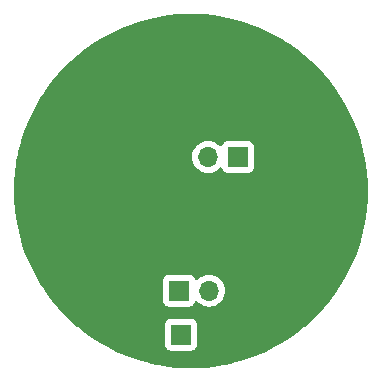
<source format=gbl>
%TF.GenerationSoftware,KiCad,Pcbnew,(7.0.0-0)*%
%TF.CreationDate,2023-06-04T20:58:43+02:00*%
%TF.ProjectId,projekt_kue,70726f6a-656b-4745-9f6b-75652e6b6963,rev?*%
%TF.SameCoordinates,Original*%
%TF.FileFunction,Copper,L2,Bot*%
%TF.FilePolarity,Positive*%
%FSLAX46Y46*%
G04 Gerber Fmt 4.6, Leading zero omitted, Abs format (unit mm)*
G04 Created by KiCad (PCBNEW (7.0.0-0)) date 2023-06-04 20:58:43*
%MOMM*%
%LPD*%
G01*
G04 APERTURE LIST*
%TA.AperFunction,ComponentPad*%
%ADD10R,1.700000X1.700000*%
%TD*%
%TA.AperFunction,ComponentPad*%
%ADD11O,1.700000X1.700000*%
%TD*%
%TA.AperFunction,ViaPad*%
%ADD12C,0.800000*%
%TD*%
G04 APERTURE END LIST*
D10*
%TO.P,LS1,1,1*%
%TO.N,Net-(Q1-C)*%
X134239999Y-98349999D03*
D11*
%TO.P,LS1,2,2*%
%TO.N,Net-(C1-Pad1)*%
X131699999Y-98349999D03*
%TD*%
D10*
%TO.P,Q3,1,C*%
%TO.N,+1V5*%
X129249999Y-109674999D03*
D11*
%TO.P,Q3,2,E*%
%TO.N,Net-(Q2-C)*%
X131789999Y-109674999D03*
%TD*%
D10*
%TO.P,BT1,1,+*%
%TO.N,+1V5*%
X129399999Y-113399999D03*
D11*
%TO.P,BT1,2,-*%
%TO.N,GND*%
X131939999Y-113399999D03*
%TD*%
D12*
%TO.N,GND*%
X124600000Y-92050000D03*
X138000000Y-101250000D03*
X141000000Y-98450000D03*
X136300000Y-101450000D03*
%TD*%
%TA.AperFunction,Conductor*%
%TO.N,GND*%
G36*
X130639387Y-86255636D02*
G01*
X131404433Y-86295073D01*
X131410745Y-86295561D01*
X132172738Y-86374328D01*
X132179069Y-86375147D01*
X132935973Y-86493032D01*
X132942249Y-86494176D01*
X133692100Y-86650873D01*
X133698273Y-86652330D01*
X134439056Y-86847418D01*
X134445164Y-86849196D01*
X135174937Y-87082165D01*
X135180961Y-87084261D01*
X135897748Y-87354480D01*
X135903663Y-87356886D01*
X136605573Y-87663638D01*
X136611357Y-87666345D01*
X137296561Y-88008832D01*
X137302197Y-88011833D01*
X137968855Y-88389136D01*
X137974329Y-88392423D01*
X138296297Y-88597215D01*
X138620684Y-88803547D01*
X138625959Y-88807095D01*
X139246192Y-89248032D01*
X139250308Y-89250958D01*
X139255409Y-89254786D01*
X139856092Y-89730210D01*
X139860973Y-89734283D01*
X140368809Y-90180608D01*
X140436358Y-90239975D01*
X140441044Y-90244312D01*
X140989635Y-90778955D01*
X140994092Y-90783528D01*
X141514434Y-91345705D01*
X141518649Y-91350501D01*
X142009358Y-91938714D01*
X142013321Y-91943721D01*
X142473104Y-92556422D01*
X142476804Y-92561627D01*
X142904430Y-93197176D01*
X142907857Y-93202564D01*
X143302199Y-93859287D01*
X143305344Y-93864844D01*
X143665358Y-94540998D01*
X143668213Y-94546710D01*
X143992941Y-95240500D01*
X143995498Y-95246351D01*
X144284077Y-95955927D01*
X144286330Y-95961902D01*
X144538004Y-96685411D01*
X144539946Y-96691494D01*
X144754040Y-97426998D01*
X144755666Y-97433173D01*
X144931612Y-98178714D01*
X144932918Y-98184964D01*
X145070250Y-98938571D01*
X145071233Y-98944880D01*
X145169592Y-99704577D01*
X145170248Y-99710929D01*
X145229365Y-100474654D01*
X145229694Y-100481031D01*
X145249417Y-101246806D01*
X145249417Y-101253192D01*
X145229694Y-102018968D01*
X145229365Y-102025345D01*
X145170248Y-102789070D01*
X145169592Y-102795422D01*
X145071233Y-103555119D01*
X145070250Y-103561428D01*
X144932918Y-104315035D01*
X144931612Y-104321285D01*
X144755666Y-105066826D01*
X144754040Y-105073001D01*
X144539946Y-105808505D01*
X144538004Y-105814588D01*
X144286330Y-106538097D01*
X144284077Y-106544072D01*
X143995498Y-107253648D01*
X143992941Y-107259499D01*
X143668213Y-107953289D01*
X143665358Y-107959001D01*
X143305344Y-108635155D01*
X143302199Y-108640712D01*
X142907857Y-109297435D01*
X142904430Y-109302823D01*
X142476804Y-109938372D01*
X142473104Y-109943577D01*
X142013321Y-110556278D01*
X142009358Y-110561285D01*
X141518649Y-111149498D01*
X141514434Y-111154294D01*
X140994092Y-111716471D01*
X140989635Y-111721044D01*
X140441044Y-112255687D01*
X140436358Y-112260024D01*
X139860984Y-112765707D01*
X139856081Y-112769798D01*
X139255416Y-113245208D01*
X139250308Y-113249041D01*
X138625970Y-113692896D01*
X138620672Y-113696460D01*
X137974329Y-114107576D01*
X137968855Y-114110863D01*
X137302197Y-114488166D01*
X137296561Y-114491167D01*
X136611357Y-114833654D01*
X136605573Y-114836361D01*
X135903663Y-115143113D01*
X135897748Y-115145519D01*
X135180961Y-115415738D01*
X135174930Y-115417836D01*
X134445175Y-115650800D01*
X134439044Y-115652584D01*
X133698294Y-115847664D01*
X133692079Y-115849131D01*
X132942252Y-116005822D01*
X132935970Y-116006967D01*
X132179070Y-116124851D01*
X132172738Y-116125671D01*
X131410773Y-116204435D01*
X131404406Y-116204928D01*
X130639388Y-116244363D01*
X130633005Y-116244527D01*
X129866995Y-116244527D01*
X129860612Y-116244363D01*
X129095593Y-116204928D01*
X129089226Y-116204435D01*
X128327261Y-116125671D01*
X128320929Y-116124851D01*
X127564029Y-116006967D01*
X127557747Y-116005822D01*
X126807920Y-115849131D01*
X126801705Y-115847664D01*
X126060955Y-115652584D01*
X126054824Y-115650800D01*
X125325069Y-115417836D01*
X125319038Y-115415738D01*
X124602251Y-115145519D01*
X124596336Y-115143113D01*
X123894426Y-114836361D01*
X123888642Y-114833654D01*
X123203438Y-114491167D01*
X123197802Y-114488166D01*
X122855751Y-114294578D01*
X128049500Y-114294578D01*
X128049501Y-114297872D01*
X128049853Y-114301150D01*
X128049854Y-114301161D01*
X128055079Y-114349768D01*
X128055080Y-114349773D01*
X128055909Y-114357483D01*
X128058619Y-114364749D01*
X128058620Y-114364753D01*
X128092217Y-114454831D01*
X128106204Y-114492331D01*
X128192454Y-114607546D01*
X128307669Y-114693796D01*
X128442517Y-114744091D01*
X128502127Y-114750500D01*
X130297872Y-114750499D01*
X130357483Y-114744091D01*
X130492331Y-114693796D01*
X130607546Y-114607546D01*
X130693796Y-114492331D01*
X130744091Y-114357483D01*
X130750500Y-114297873D01*
X130750499Y-112502128D01*
X130744091Y-112442517D01*
X130693796Y-112307669D01*
X130607546Y-112192454D01*
X130492331Y-112106204D01*
X130357483Y-112055909D01*
X130349770Y-112055079D01*
X130349767Y-112055079D01*
X130301180Y-112049855D01*
X130301169Y-112049854D01*
X130297873Y-112049500D01*
X130294550Y-112049500D01*
X128505439Y-112049500D01*
X128505420Y-112049500D01*
X128502128Y-112049501D01*
X128498850Y-112049853D01*
X128498838Y-112049854D01*
X128450231Y-112055079D01*
X128450225Y-112055080D01*
X128442517Y-112055909D01*
X128435252Y-112058618D01*
X128435246Y-112058620D01*
X128315980Y-112103104D01*
X128315978Y-112103104D01*
X128307669Y-112106204D01*
X128300572Y-112111516D01*
X128300568Y-112111519D01*
X128199550Y-112187141D01*
X128199546Y-112187144D01*
X128192454Y-112192454D01*
X128187144Y-112199546D01*
X128187141Y-112199550D01*
X128111519Y-112300568D01*
X128111516Y-112300572D01*
X128106204Y-112307669D01*
X128103104Y-112315978D01*
X128103104Y-112315980D01*
X128058620Y-112435247D01*
X128058619Y-112435250D01*
X128055909Y-112442517D01*
X128055079Y-112450227D01*
X128055079Y-112450232D01*
X128049855Y-112498819D01*
X128049854Y-112498831D01*
X128049500Y-112502127D01*
X128049500Y-112505448D01*
X128049500Y-112505449D01*
X128049500Y-114294560D01*
X128049500Y-114294578D01*
X122855751Y-114294578D01*
X122531144Y-114110863D01*
X122525670Y-114107576D01*
X121879327Y-113696460D01*
X121874029Y-113692896D01*
X121249691Y-113249041D01*
X121244583Y-113245208D01*
X120643911Y-112769792D01*
X120639015Y-112765707D01*
X120280061Y-112450231D01*
X120263011Y-112435246D01*
X120063641Y-112260024D01*
X120058955Y-112255687D01*
X119510364Y-111721044D01*
X119505907Y-111716471D01*
X118985565Y-111154294D01*
X118981350Y-111149498D01*
X118617620Y-110713495D01*
X118497559Y-110569578D01*
X127899500Y-110569578D01*
X127899501Y-110572872D01*
X127899853Y-110576150D01*
X127899854Y-110576161D01*
X127905079Y-110624768D01*
X127905080Y-110624773D01*
X127905909Y-110632483D01*
X127908619Y-110639749D01*
X127908620Y-110639753D01*
X127934695Y-110709663D01*
X127956204Y-110767331D01*
X127961518Y-110774430D01*
X127961519Y-110774431D01*
X128017367Y-110849035D01*
X128042454Y-110882546D01*
X128157669Y-110968796D01*
X128292517Y-111019091D01*
X128352127Y-111025500D01*
X130147872Y-111025499D01*
X130207483Y-111019091D01*
X130342331Y-110968796D01*
X130457546Y-110882546D01*
X130543796Y-110767331D01*
X130592810Y-110635916D01*
X130627789Y-110585537D01*
X130682634Y-110558084D01*
X130743927Y-110560273D01*
X130796673Y-110591569D01*
X130918599Y-110713495D01*
X130923031Y-110716598D01*
X130923033Y-110716600D01*
X131067260Y-110817589D01*
X131112170Y-110849035D01*
X131326337Y-110948903D01*
X131554592Y-111010063D01*
X131790000Y-111030659D01*
X132025408Y-111010063D01*
X132253663Y-110948903D01*
X132467830Y-110849035D01*
X132661401Y-110713495D01*
X132828495Y-110546401D01*
X132964035Y-110352830D01*
X133063903Y-110138663D01*
X133125063Y-109910408D01*
X133145659Y-109675000D01*
X133125063Y-109439592D01*
X133063903Y-109211337D01*
X132964035Y-108997171D01*
X132828495Y-108803599D01*
X132661401Y-108636505D01*
X132656970Y-108633402D01*
X132656966Y-108633399D01*
X132472259Y-108504066D01*
X132472257Y-108504064D01*
X132467830Y-108500965D01*
X132462933Y-108498681D01*
X132462927Y-108498678D01*
X132258572Y-108403386D01*
X132258570Y-108403385D01*
X132253663Y-108401097D01*
X132248438Y-108399697D01*
X132248430Y-108399694D01*
X132030634Y-108341337D01*
X132030630Y-108341336D01*
X132025408Y-108339937D01*
X132020020Y-108339465D01*
X132020017Y-108339465D01*
X131795395Y-108319813D01*
X131790000Y-108319341D01*
X131784605Y-108319813D01*
X131559982Y-108339465D01*
X131559977Y-108339465D01*
X131554592Y-108339937D01*
X131549371Y-108341335D01*
X131549365Y-108341337D01*
X131331569Y-108399694D01*
X131331557Y-108399698D01*
X131326337Y-108401097D01*
X131321432Y-108403383D01*
X131321427Y-108403386D01*
X131117081Y-108498675D01*
X131117077Y-108498677D01*
X131112171Y-108500965D01*
X131107738Y-108504068D01*
X131107731Y-108504073D01*
X130923034Y-108633399D01*
X130923029Y-108633402D01*
X130918599Y-108636505D01*
X130914774Y-108640329D01*
X130914775Y-108640329D01*
X130796673Y-108758431D01*
X130743926Y-108789726D01*
X130682633Y-108791915D01*
X130627789Y-108764462D01*
X130592810Y-108714082D01*
X130565521Y-108640918D01*
X130543796Y-108582669D01*
X130457546Y-108467454D01*
X130367030Y-108399694D01*
X130349431Y-108386519D01*
X130349430Y-108386518D01*
X130342331Y-108381204D01*
X130235442Y-108341337D01*
X130214752Y-108333620D01*
X130214750Y-108333619D01*
X130207483Y-108330909D01*
X130199770Y-108330079D01*
X130199767Y-108330079D01*
X130151180Y-108324855D01*
X130151169Y-108324854D01*
X130147873Y-108324500D01*
X130144550Y-108324500D01*
X128355439Y-108324500D01*
X128355420Y-108324500D01*
X128352128Y-108324501D01*
X128348850Y-108324853D01*
X128348838Y-108324854D01*
X128300231Y-108330079D01*
X128300225Y-108330080D01*
X128292517Y-108330909D01*
X128285252Y-108333618D01*
X128285246Y-108333620D01*
X128165980Y-108378104D01*
X128165978Y-108378104D01*
X128157669Y-108381204D01*
X128150572Y-108386516D01*
X128150568Y-108386519D01*
X128049550Y-108462141D01*
X128049546Y-108462144D01*
X128042454Y-108467454D01*
X128037144Y-108474546D01*
X128037141Y-108474550D01*
X127961519Y-108575568D01*
X127961516Y-108575572D01*
X127956204Y-108582669D01*
X127953104Y-108590978D01*
X127953104Y-108590980D01*
X127908620Y-108710247D01*
X127908619Y-108710250D01*
X127905909Y-108717517D01*
X127905079Y-108725227D01*
X127905079Y-108725232D01*
X127899855Y-108773819D01*
X127899854Y-108773831D01*
X127899500Y-108777127D01*
X127899500Y-108780448D01*
X127899500Y-108780449D01*
X127899500Y-110569560D01*
X127899500Y-110569578D01*
X118497559Y-110569578D01*
X118490633Y-110561276D01*
X118486678Y-110556278D01*
X118482141Y-110550232D01*
X118026884Y-109943562D01*
X118023206Y-109938387D01*
X117595557Y-109302804D01*
X117592154Y-109297455D01*
X117197792Y-108640697D01*
X117194663Y-108635170D01*
X116834634Y-107958987D01*
X116831786Y-107953289D01*
X116507058Y-107259499D01*
X116504501Y-107253648D01*
X116215913Y-106544049D01*
X116213677Y-106538119D01*
X115961985Y-105814559D01*
X115960062Y-105808534D01*
X115745956Y-105072990D01*
X115744333Y-105066826D01*
X115568387Y-104321285D01*
X115567081Y-104315035D01*
X115429749Y-103561428D01*
X115428766Y-103555119D01*
X115330403Y-102795388D01*
X115329754Y-102789099D01*
X115270632Y-102025312D01*
X115270306Y-102019002D01*
X115250582Y-101253184D01*
X115250582Y-101246806D01*
X115270306Y-100480995D01*
X115270632Y-100474689D01*
X115329754Y-99710896D01*
X115330403Y-99704615D01*
X115428769Y-98944856D01*
X115429749Y-98938571D01*
X115452512Y-98813663D01*
X115537006Y-98350000D01*
X130344341Y-98350000D01*
X130364937Y-98585408D01*
X130366336Y-98590630D01*
X130366337Y-98590634D01*
X130424694Y-98808430D01*
X130424697Y-98808438D01*
X130426097Y-98813663D01*
X130428385Y-98818570D01*
X130428386Y-98818572D01*
X130523678Y-99022927D01*
X130523681Y-99022933D01*
X130525965Y-99027830D01*
X130529064Y-99032257D01*
X130529066Y-99032259D01*
X130658399Y-99216966D01*
X130658402Y-99216970D01*
X130661505Y-99221401D01*
X130828599Y-99388495D01*
X130833031Y-99391598D01*
X130833033Y-99391600D01*
X130977260Y-99492589D01*
X131022170Y-99524035D01*
X131236337Y-99623903D01*
X131464592Y-99685063D01*
X131700000Y-99705659D01*
X131935408Y-99685063D01*
X132163663Y-99623903D01*
X132377830Y-99524035D01*
X132571401Y-99388495D01*
X132693329Y-99266566D01*
X132746072Y-99235273D01*
X132807365Y-99233084D01*
X132862210Y-99260537D01*
X132897189Y-99310916D01*
X132946204Y-99442331D01*
X132951518Y-99449430D01*
X132951519Y-99449431D01*
X133007367Y-99524035D01*
X133032454Y-99557546D01*
X133147669Y-99643796D01*
X133282517Y-99694091D01*
X133342127Y-99700500D01*
X135137872Y-99700499D01*
X135197483Y-99694091D01*
X135332331Y-99643796D01*
X135447546Y-99557546D01*
X135533796Y-99442331D01*
X135584091Y-99307483D01*
X135590500Y-99247873D01*
X135590499Y-97452128D01*
X135584091Y-97392517D01*
X135533796Y-97257669D01*
X135447546Y-97142454D01*
X135357030Y-97074694D01*
X135339431Y-97061519D01*
X135339430Y-97061518D01*
X135332331Y-97056204D01*
X135225442Y-97016337D01*
X135204752Y-97008620D01*
X135204750Y-97008619D01*
X135197483Y-97005909D01*
X135189770Y-97005079D01*
X135189767Y-97005079D01*
X135141180Y-96999855D01*
X135141169Y-96999854D01*
X135137873Y-96999500D01*
X135134550Y-96999500D01*
X133345439Y-96999500D01*
X133345420Y-96999500D01*
X133342128Y-96999501D01*
X133338850Y-96999853D01*
X133338838Y-96999854D01*
X133290231Y-97005079D01*
X133290225Y-97005080D01*
X133282517Y-97005909D01*
X133275252Y-97008618D01*
X133275246Y-97008620D01*
X133155980Y-97053104D01*
X133155978Y-97053104D01*
X133147669Y-97056204D01*
X133140572Y-97061516D01*
X133140568Y-97061519D01*
X133039550Y-97137141D01*
X133039546Y-97137144D01*
X133032454Y-97142454D01*
X133027144Y-97149546D01*
X133027141Y-97149550D01*
X132951519Y-97250568D01*
X132951516Y-97250572D01*
X132946204Y-97257669D01*
X132943104Y-97265978D01*
X132943105Y-97265978D01*
X132897189Y-97389083D01*
X132862210Y-97439462D01*
X132807365Y-97466915D01*
X132746072Y-97464726D01*
X132693326Y-97433430D01*
X132575232Y-97315336D01*
X132575230Y-97315334D01*
X132571401Y-97311505D01*
X132566970Y-97308402D01*
X132566966Y-97308399D01*
X132382259Y-97179066D01*
X132382257Y-97179064D01*
X132377830Y-97175965D01*
X132372933Y-97173681D01*
X132372927Y-97173678D01*
X132168572Y-97078386D01*
X132168570Y-97078385D01*
X132163663Y-97076097D01*
X132158438Y-97074697D01*
X132158430Y-97074694D01*
X131940634Y-97016337D01*
X131940630Y-97016336D01*
X131935408Y-97014937D01*
X131930020Y-97014465D01*
X131930017Y-97014465D01*
X131705395Y-96994813D01*
X131700000Y-96994341D01*
X131694605Y-96994813D01*
X131469982Y-97014465D01*
X131469977Y-97014465D01*
X131464592Y-97014937D01*
X131459371Y-97016335D01*
X131459365Y-97016337D01*
X131241569Y-97074694D01*
X131241557Y-97074698D01*
X131236337Y-97076097D01*
X131231432Y-97078383D01*
X131231427Y-97078386D01*
X131027081Y-97173675D01*
X131027077Y-97173677D01*
X131022171Y-97175965D01*
X131017738Y-97179068D01*
X131017731Y-97179073D01*
X130833034Y-97308399D01*
X130833029Y-97308402D01*
X130828599Y-97311505D01*
X130824775Y-97315328D01*
X130824769Y-97315334D01*
X130665334Y-97474769D01*
X130665328Y-97474775D01*
X130661505Y-97478599D01*
X130658402Y-97483029D01*
X130658399Y-97483034D01*
X130529073Y-97667731D01*
X130529068Y-97667738D01*
X130525965Y-97672171D01*
X130523677Y-97677077D01*
X130523675Y-97677081D01*
X130428386Y-97881427D01*
X130428383Y-97881432D01*
X130426097Y-97886337D01*
X130424698Y-97891557D01*
X130424694Y-97891569D01*
X130366337Y-98109365D01*
X130366335Y-98109371D01*
X130364937Y-98114592D01*
X130344341Y-98350000D01*
X115537006Y-98350000D01*
X115567082Y-98184954D01*
X115568387Y-98178714D01*
X115636153Y-97891569D01*
X115744338Y-97433152D01*
X115745953Y-97427019D01*
X115960065Y-96691454D01*
X115961982Y-96685451D01*
X116213682Y-95961867D01*
X116215908Y-95955962D01*
X116504509Y-95246331D01*
X116507049Y-95240519D01*
X116831800Y-94546680D01*
X116834626Y-94541027D01*
X117194672Y-93864812D01*
X117197782Y-93859318D01*
X117592165Y-93202527D01*
X117595545Y-93197213D01*
X118023218Y-92561593D01*
X118026871Y-92556455D01*
X118486700Y-91943692D01*
X118490618Y-91938742D01*
X118981362Y-91350487D01*
X118985552Y-91345718D01*
X119505930Y-90783503D01*
X119510340Y-90778978D01*
X120058973Y-90244294D01*
X120063623Y-90239991D01*
X120639044Y-89734266D01*
X120643888Y-89730225D01*
X121244608Y-89254771D01*
X121249664Y-89250977D01*
X121874058Y-88807083D01*
X121879297Y-88803558D01*
X122525675Y-88392419D01*
X122531144Y-88389136D01*
X122537415Y-88385587D01*
X123197817Y-88011824D01*
X123203423Y-88008839D01*
X123888658Y-87666337D01*
X123894409Y-87663645D01*
X124596343Y-87356882D01*
X124602244Y-87354482D01*
X125319057Y-87084254D01*
X125325050Y-87082169D01*
X126054845Y-86849192D01*
X126060933Y-86847421D01*
X126801734Y-86652327D01*
X126807890Y-86650875D01*
X127557757Y-86494175D01*
X127564019Y-86493033D01*
X128320934Y-86375147D01*
X128327256Y-86374328D01*
X129089257Y-86295561D01*
X129095563Y-86295073D01*
X129860612Y-86255636D01*
X129866995Y-86255473D01*
X130633005Y-86255473D01*
X130639387Y-86255636D01*
G37*
%TD.AperFunction*%
%TD*%
M02*

</source>
